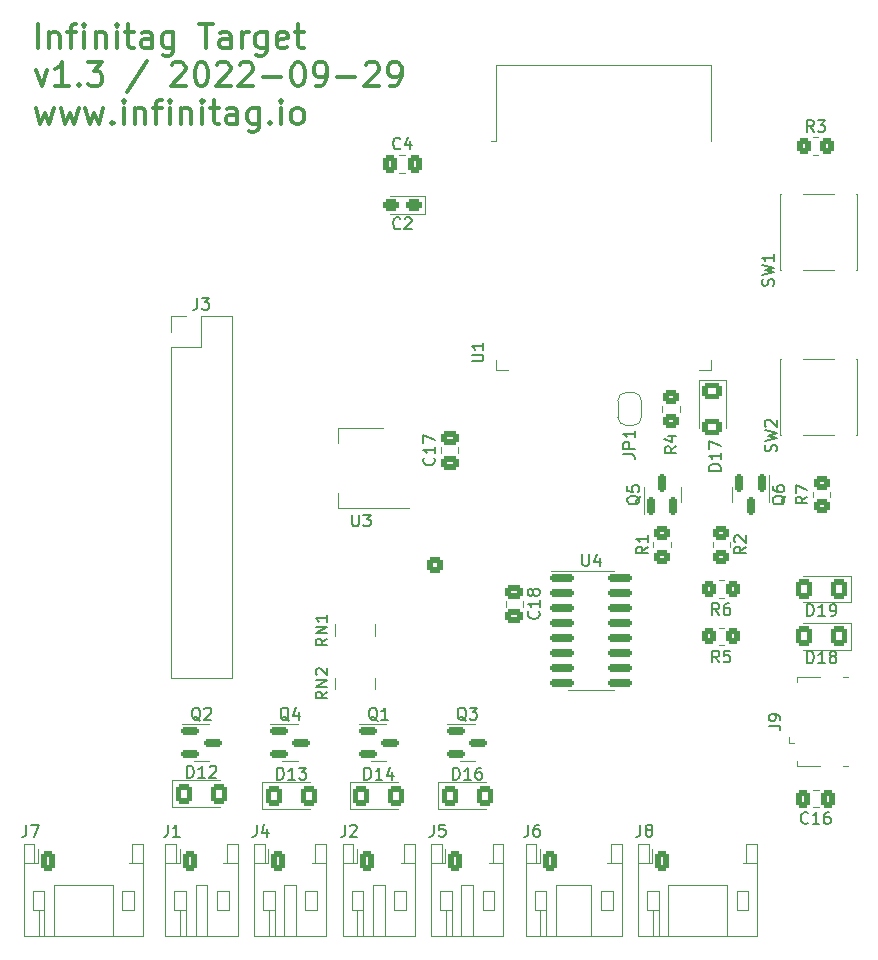
<source format=gto>
G04 #@! TF.GenerationSoftware,KiCad,Pcbnew,(6.0.5)*
G04 #@! TF.CreationDate,2022-09-29T16:52:04+02:00*
G04 #@! TF.ProjectId,target,74617267-6574-42e6-9b69-6361645f7063,rev?*
G04 #@! TF.SameCoordinates,Original*
G04 #@! TF.FileFunction,Legend,Top*
G04 #@! TF.FilePolarity,Positive*
%FSLAX46Y46*%
G04 Gerber Fmt 4.6, Leading zero omitted, Abs format (unit mm)*
G04 Created by KiCad (PCBNEW (6.0.5)) date 2022-09-29 16:52:04*
%MOMM*%
%LPD*%
G01*
G04 APERTURE LIST*
G04 Aperture macros list*
%AMRoundRect*
0 Rectangle with rounded corners*
0 $1 Rounding radius*
0 $2 $3 $4 $5 $6 $7 $8 $9 X,Y pos of 4 corners*
0 Add a 4 corners polygon primitive as box body*
4,1,4,$2,$3,$4,$5,$6,$7,$8,$9,$2,$3,0*
0 Add four circle primitives for the rounded corners*
1,1,$1+$1,$2,$3*
1,1,$1+$1,$4,$5*
1,1,$1+$1,$6,$7*
1,1,$1+$1,$8,$9*
0 Add four rect primitives between the rounded corners*
20,1,$1+$1,$2,$3,$4,$5,0*
20,1,$1+$1,$4,$5,$6,$7,0*
20,1,$1+$1,$6,$7,$8,$9,0*
20,1,$1+$1,$8,$9,$2,$3,0*%
%AMFreePoly0*
4,1,22,0.500000,-0.750000,0.000000,-0.750000,0.000000,-0.745033,-0.079941,-0.743568,-0.215256,-0.701293,-0.333266,-0.622738,-0.424486,-0.514219,-0.481581,-0.384460,-0.499164,-0.250000,-0.500000,-0.250000,-0.500000,0.250000,-0.499164,0.250000,-0.499963,0.256109,-0.478152,0.396186,-0.417904,0.524511,-0.324060,0.630769,-0.204165,0.706417,-0.067858,0.745374,0.000000,0.744959,0.000000,0.750000,
0.500000,0.750000,0.500000,-0.750000,0.500000,-0.750000,$1*%
%AMFreePoly1*
4,1,20,0.000000,0.744959,0.073905,0.744508,0.209726,0.703889,0.328688,0.626782,0.421226,0.519385,0.479903,0.390333,0.500000,0.250000,0.500000,-0.250000,0.499851,-0.262216,0.476331,-0.402017,0.414519,-0.529596,0.319384,-0.634700,0.198574,-0.708877,0.061801,-0.746166,0.000000,-0.745033,0.000000,-0.750000,-0.500000,-0.750000,-0.500000,0.750000,0.000000,0.750000,0.000000,0.744959,
0.000000,0.744959,$1*%
G04 Aperture macros list end*
%ADD10C,0.300000*%
%ADD11C,0.150000*%
%ADD12C,0.120000*%
%ADD13R,1.300000X1.550000*%
%ADD14RoundRect,0.250000X0.450000X-0.350000X0.450000X0.350000X-0.450000X0.350000X-0.450000X-0.350000X0*%
%ADD15RoundRect,0.250000X-0.350000X-0.450000X0.350000X-0.450000X0.350000X0.450000X-0.350000X0.450000X0*%
%ADD16C,6.000000*%
%ADD17RoundRect,0.250001X-0.462499X-0.624999X0.462499X-0.624999X0.462499X0.624999X-0.462499X0.624999X0*%
%ADD18R,0.500000X0.800000*%
%ADD19R,0.400000X0.800000*%
%ADD20RoundRect,0.250000X-0.350000X-0.625000X0.350000X-0.625000X0.350000X0.625000X-0.350000X0.625000X0*%
%ADD21O,1.200000X1.750000*%
%ADD22RoundRect,0.250000X-0.450000X0.350000X-0.450000X-0.350000X0.450000X-0.350000X0.450000X0.350000X0*%
%ADD23RoundRect,0.150000X-0.825000X-0.150000X0.825000X-0.150000X0.825000X0.150000X-0.825000X0.150000X0*%
%ADD24RoundRect,0.250000X0.475000X-0.337500X0.475000X0.337500X-0.475000X0.337500X-0.475000X-0.337500X0*%
%ADD25RoundRect,0.150000X0.150000X-0.587500X0.150000X0.587500X-0.150000X0.587500X-0.150000X-0.587500X0*%
%ADD26RoundRect,0.250000X0.337500X0.475000X-0.337500X0.475000X-0.337500X-0.475000X0.337500X-0.475000X0*%
%ADD27RoundRect,0.250001X-0.624999X0.462499X-0.624999X-0.462499X0.624999X-0.462499X0.624999X0.462499X0*%
%ADD28RoundRect,0.150000X-0.587500X-0.150000X0.587500X-0.150000X0.587500X0.150000X-0.587500X0.150000X0*%
%ADD29RoundRect,0.250000X0.400000X0.275000X-0.400000X0.275000X-0.400000X-0.275000X0.400000X-0.275000X0*%
%ADD30RoundRect,0.250001X0.462499X0.624999X-0.462499X0.624999X-0.462499X-0.624999X0.462499X-0.624999X0*%
%ADD31RoundRect,0.150000X-0.150000X0.587500X-0.150000X-0.587500X0.150000X-0.587500X0.150000X0.587500X0*%
%ADD32FreePoly0,270.000000*%
%ADD33FreePoly1,270.000000*%
%ADD34RoundRect,0.250000X-0.475000X0.337500X-0.475000X-0.337500X0.475000X-0.337500X0.475000X0.337500X0*%
%ADD35R,2.000000X1.500000*%
%ADD36R,2.000000X3.800000*%
%ADD37R,1.350000X0.400000*%
%ADD38R,1.550000X1.500000*%
%ADD39R,1.550000X1.200000*%
%ADD40O,0.950000X1.250000*%
%ADD41O,1.550000X0.890000*%
%ADD42RoundRect,0.250000X-0.337500X-0.475000X0.337500X-0.475000X0.337500X0.475000X-0.337500X0.475000X0*%
%ADD43R,2.000000X0.900000*%
%ADD44R,0.900000X2.000000*%
%ADD45R,5.000000X5.000000*%
%ADD46R,1.700000X1.700000*%
%ADD47O,1.700000X1.700000*%
%ADD48RoundRect,0.249200X0.450800X0.450800X-0.450800X0.450800X-0.450800X-0.450800X0.450800X-0.450800X0*%
%ADD49C,1.400000*%
G04 APERTURE END LIST*
D10*
X192171190Y-53684761D02*
X192171190Y-51684761D01*
X193123571Y-52351428D02*
X193123571Y-53684761D01*
X193123571Y-52541904D02*
X193218809Y-52446666D01*
X193409285Y-52351428D01*
X193695000Y-52351428D01*
X193885476Y-52446666D01*
X193980714Y-52637142D01*
X193980714Y-53684761D01*
X194647380Y-52351428D02*
X195409285Y-52351428D01*
X194933095Y-53684761D02*
X194933095Y-51970476D01*
X195028333Y-51780000D01*
X195218809Y-51684761D01*
X195409285Y-51684761D01*
X196075952Y-53684761D02*
X196075952Y-52351428D01*
X196075952Y-51684761D02*
X195980714Y-51780000D01*
X196075952Y-51875238D01*
X196171190Y-51780000D01*
X196075952Y-51684761D01*
X196075952Y-51875238D01*
X197028333Y-52351428D02*
X197028333Y-53684761D01*
X197028333Y-52541904D02*
X197123571Y-52446666D01*
X197314047Y-52351428D01*
X197599761Y-52351428D01*
X197790238Y-52446666D01*
X197885476Y-52637142D01*
X197885476Y-53684761D01*
X198837857Y-53684761D02*
X198837857Y-52351428D01*
X198837857Y-51684761D02*
X198742619Y-51780000D01*
X198837857Y-51875238D01*
X198933095Y-51780000D01*
X198837857Y-51684761D01*
X198837857Y-51875238D01*
X199504523Y-52351428D02*
X200266428Y-52351428D01*
X199790238Y-51684761D02*
X199790238Y-53399047D01*
X199885476Y-53589523D01*
X200075952Y-53684761D01*
X200266428Y-53684761D01*
X201790238Y-53684761D02*
X201790238Y-52637142D01*
X201695000Y-52446666D01*
X201504523Y-52351428D01*
X201123571Y-52351428D01*
X200933095Y-52446666D01*
X201790238Y-53589523D02*
X201599761Y-53684761D01*
X201123571Y-53684761D01*
X200933095Y-53589523D01*
X200837857Y-53399047D01*
X200837857Y-53208571D01*
X200933095Y-53018095D01*
X201123571Y-52922857D01*
X201599761Y-52922857D01*
X201790238Y-52827619D01*
X203599761Y-52351428D02*
X203599761Y-53970476D01*
X203504523Y-54160952D01*
X203409285Y-54256190D01*
X203218809Y-54351428D01*
X202933095Y-54351428D01*
X202742619Y-54256190D01*
X203599761Y-53589523D02*
X203409285Y-53684761D01*
X203028333Y-53684761D01*
X202837857Y-53589523D01*
X202742619Y-53494285D01*
X202647380Y-53303809D01*
X202647380Y-52732380D01*
X202742619Y-52541904D01*
X202837857Y-52446666D01*
X203028333Y-52351428D01*
X203409285Y-52351428D01*
X203599761Y-52446666D01*
X205790238Y-51684761D02*
X206933095Y-51684761D01*
X206361666Y-53684761D02*
X206361666Y-51684761D01*
X208456904Y-53684761D02*
X208456904Y-52637142D01*
X208361666Y-52446666D01*
X208171190Y-52351428D01*
X207790238Y-52351428D01*
X207599761Y-52446666D01*
X208456904Y-53589523D02*
X208266428Y-53684761D01*
X207790238Y-53684761D01*
X207599761Y-53589523D01*
X207504523Y-53399047D01*
X207504523Y-53208571D01*
X207599761Y-53018095D01*
X207790238Y-52922857D01*
X208266428Y-52922857D01*
X208456904Y-52827619D01*
X209409285Y-53684761D02*
X209409285Y-52351428D01*
X209409285Y-52732380D02*
X209504523Y-52541904D01*
X209599761Y-52446666D01*
X209790238Y-52351428D01*
X209980714Y-52351428D01*
X211504523Y-52351428D02*
X211504523Y-53970476D01*
X211409285Y-54160952D01*
X211314047Y-54256190D01*
X211123571Y-54351428D01*
X210837857Y-54351428D01*
X210647380Y-54256190D01*
X211504523Y-53589523D02*
X211314047Y-53684761D01*
X210933095Y-53684761D01*
X210742619Y-53589523D01*
X210647380Y-53494285D01*
X210552142Y-53303809D01*
X210552142Y-52732380D01*
X210647380Y-52541904D01*
X210742619Y-52446666D01*
X210933095Y-52351428D01*
X211314047Y-52351428D01*
X211504523Y-52446666D01*
X213218809Y-53589523D02*
X213028333Y-53684761D01*
X212647380Y-53684761D01*
X212456904Y-53589523D01*
X212361666Y-53399047D01*
X212361666Y-52637142D01*
X212456904Y-52446666D01*
X212647380Y-52351428D01*
X213028333Y-52351428D01*
X213218809Y-52446666D01*
X213314047Y-52637142D01*
X213314047Y-52827619D01*
X212361666Y-53018095D01*
X213885476Y-52351428D02*
X214647380Y-52351428D01*
X214171190Y-51684761D02*
X214171190Y-53399047D01*
X214266428Y-53589523D01*
X214456904Y-53684761D01*
X214647380Y-53684761D01*
X191980714Y-55571428D02*
X192456904Y-56904761D01*
X192933095Y-55571428D01*
X194742619Y-56904761D02*
X193599761Y-56904761D01*
X194171190Y-56904761D02*
X194171190Y-54904761D01*
X193980714Y-55190476D01*
X193790238Y-55380952D01*
X193599761Y-55476190D01*
X195599761Y-56714285D02*
X195695000Y-56809523D01*
X195599761Y-56904761D01*
X195504523Y-56809523D01*
X195599761Y-56714285D01*
X195599761Y-56904761D01*
X196361666Y-54904761D02*
X197599761Y-54904761D01*
X196933095Y-55666666D01*
X197218809Y-55666666D01*
X197409285Y-55761904D01*
X197504523Y-55857142D01*
X197599761Y-56047619D01*
X197599761Y-56523809D01*
X197504523Y-56714285D01*
X197409285Y-56809523D01*
X197218809Y-56904761D01*
X196647380Y-56904761D01*
X196456904Y-56809523D01*
X196361666Y-56714285D01*
X201409285Y-54809523D02*
X199695000Y-57380952D01*
X203504523Y-55095238D02*
X203599761Y-55000000D01*
X203790238Y-54904761D01*
X204266428Y-54904761D01*
X204456904Y-55000000D01*
X204552142Y-55095238D01*
X204647380Y-55285714D01*
X204647380Y-55476190D01*
X204552142Y-55761904D01*
X203409285Y-56904761D01*
X204647380Y-56904761D01*
X205885476Y-54904761D02*
X206075952Y-54904761D01*
X206266428Y-55000000D01*
X206361666Y-55095238D01*
X206456904Y-55285714D01*
X206552142Y-55666666D01*
X206552142Y-56142857D01*
X206456904Y-56523809D01*
X206361666Y-56714285D01*
X206266428Y-56809523D01*
X206075952Y-56904761D01*
X205885476Y-56904761D01*
X205695000Y-56809523D01*
X205599761Y-56714285D01*
X205504523Y-56523809D01*
X205409285Y-56142857D01*
X205409285Y-55666666D01*
X205504523Y-55285714D01*
X205599761Y-55095238D01*
X205695000Y-55000000D01*
X205885476Y-54904761D01*
X207314047Y-55095238D02*
X207409285Y-55000000D01*
X207599761Y-54904761D01*
X208075952Y-54904761D01*
X208266428Y-55000000D01*
X208361666Y-55095238D01*
X208456904Y-55285714D01*
X208456904Y-55476190D01*
X208361666Y-55761904D01*
X207218809Y-56904761D01*
X208456904Y-56904761D01*
X209218809Y-55095238D02*
X209314047Y-55000000D01*
X209504523Y-54904761D01*
X209980714Y-54904761D01*
X210171190Y-55000000D01*
X210266428Y-55095238D01*
X210361666Y-55285714D01*
X210361666Y-55476190D01*
X210266428Y-55761904D01*
X209123571Y-56904761D01*
X210361666Y-56904761D01*
X211218809Y-56142857D02*
X212742619Y-56142857D01*
X214075952Y-54904761D02*
X214266428Y-54904761D01*
X214456904Y-55000000D01*
X214552142Y-55095238D01*
X214647380Y-55285714D01*
X214742619Y-55666666D01*
X214742619Y-56142857D01*
X214647380Y-56523809D01*
X214552142Y-56714285D01*
X214456904Y-56809523D01*
X214266428Y-56904761D01*
X214075952Y-56904761D01*
X213885476Y-56809523D01*
X213790238Y-56714285D01*
X213695000Y-56523809D01*
X213599761Y-56142857D01*
X213599761Y-55666666D01*
X213695000Y-55285714D01*
X213790238Y-55095238D01*
X213885476Y-55000000D01*
X214075952Y-54904761D01*
X215695000Y-56904761D02*
X216075952Y-56904761D01*
X216266428Y-56809523D01*
X216361666Y-56714285D01*
X216552142Y-56428571D01*
X216647380Y-56047619D01*
X216647380Y-55285714D01*
X216552142Y-55095238D01*
X216456904Y-55000000D01*
X216266428Y-54904761D01*
X215885476Y-54904761D01*
X215695000Y-55000000D01*
X215599761Y-55095238D01*
X215504523Y-55285714D01*
X215504523Y-55761904D01*
X215599761Y-55952380D01*
X215695000Y-56047619D01*
X215885476Y-56142857D01*
X216266428Y-56142857D01*
X216456904Y-56047619D01*
X216552142Y-55952380D01*
X216647380Y-55761904D01*
X217504523Y-56142857D02*
X219028333Y-56142857D01*
X219885476Y-55095238D02*
X219980714Y-55000000D01*
X220171190Y-54904761D01*
X220647380Y-54904761D01*
X220837857Y-55000000D01*
X220933095Y-55095238D01*
X221028333Y-55285714D01*
X221028333Y-55476190D01*
X220933095Y-55761904D01*
X219790238Y-56904761D01*
X221028333Y-56904761D01*
X221980714Y-56904761D02*
X222361666Y-56904761D01*
X222552142Y-56809523D01*
X222647380Y-56714285D01*
X222837857Y-56428571D01*
X222933095Y-56047619D01*
X222933095Y-55285714D01*
X222837857Y-55095238D01*
X222742619Y-55000000D01*
X222552142Y-54904761D01*
X222171190Y-54904761D01*
X221980714Y-55000000D01*
X221885476Y-55095238D01*
X221790238Y-55285714D01*
X221790238Y-55761904D01*
X221885476Y-55952380D01*
X221980714Y-56047619D01*
X222171190Y-56142857D01*
X222552142Y-56142857D01*
X222742619Y-56047619D01*
X222837857Y-55952380D01*
X222933095Y-55761904D01*
X191980714Y-58791428D02*
X192361666Y-60124761D01*
X192742619Y-59172380D01*
X193123571Y-60124761D01*
X193504523Y-58791428D01*
X194075952Y-58791428D02*
X194456904Y-60124761D01*
X194837857Y-59172380D01*
X195218809Y-60124761D01*
X195599761Y-58791428D01*
X196171190Y-58791428D02*
X196552142Y-60124761D01*
X196933095Y-59172380D01*
X197314047Y-60124761D01*
X197695000Y-58791428D01*
X198456904Y-59934285D02*
X198552142Y-60029523D01*
X198456904Y-60124761D01*
X198361666Y-60029523D01*
X198456904Y-59934285D01*
X198456904Y-60124761D01*
X199409285Y-60124761D02*
X199409285Y-58791428D01*
X199409285Y-58124761D02*
X199314047Y-58220000D01*
X199409285Y-58315238D01*
X199504523Y-58220000D01*
X199409285Y-58124761D01*
X199409285Y-58315238D01*
X200361666Y-58791428D02*
X200361666Y-60124761D01*
X200361666Y-58981904D02*
X200456904Y-58886666D01*
X200647380Y-58791428D01*
X200933095Y-58791428D01*
X201123571Y-58886666D01*
X201218809Y-59077142D01*
X201218809Y-60124761D01*
X201885476Y-58791428D02*
X202647380Y-58791428D01*
X202171190Y-60124761D02*
X202171190Y-58410476D01*
X202266428Y-58220000D01*
X202456904Y-58124761D01*
X202647380Y-58124761D01*
X203314047Y-60124761D02*
X203314047Y-58791428D01*
X203314047Y-58124761D02*
X203218809Y-58220000D01*
X203314047Y-58315238D01*
X203409285Y-58220000D01*
X203314047Y-58124761D01*
X203314047Y-58315238D01*
X204266428Y-58791428D02*
X204266428Y-60124761D01*
X204266428Y-58981904D02*
X204361666Y-58886666D01*
X204552142Y-58791428D01*
X204837857Y-58791428D01*
X205028333Y-58886666D01*
X205123571Y-59077142D01*
X205123571Y-60124761D01*
X206075952Y-60124761D02*
X206075952Y-58791428D01*
X206075952Y-58124761D02*
X205980714Y-58220000D01*
X206075952Y-58315238D01*
X206171190Y-58220000D01*
X206075952Y-58124761D01*
X206075952Y-58315238D01*
X206742619Y-58791428D02*
X207504523Y-58791428D01*
X207028333Y-58124761D02*
X207028333Y-59839047D01*
X207123571Y-60029523D01*
X207314047Y-60124761D01*
X207504523Y-60124761D01*
X209028333Y-60124761D02*
X209028333Y-59077142D01*
X208933095Y-58886666D01*
X208742619Y-58791428D01*
X208361666Y-58791428D01*
X208171190Y-58886666D01*
X209028333Y-60029523D02*
X208837857Y-60124761D01*
X208361666Y-60124761D01*
X208171190Y-60029523D01*
X208075952Y-59839047D01*
X208075952Y-59648571D01*
X208171190Y-59458095D01*
X208361666Y-59362857D01*
X208837857Y-59362857D01*
X209028333Y-59267619D01*
X210837857Y-58791428D02*
X210837857Y-60410476D01*
X210742619Y-60600952D01*
X210647380Y-60696190D01*
X210456904Y-60791428D01*
X210171190Y-60791428D01*
X209980714Y-60696190D01*
X210837857Y-60029523D02*
X210647380Y-60124761D01*
X210266428Y-60124761D01*
X210075952Y-60029523D01*
X209980714Y-59934285D01*
X209885476Y-59743809D01*
X209885476Y-59172380D01*
X209980714Y-58981904D01*
X210075952Y-58886666D01*
X210266428Y-58791428D01*
X210647380Y-58791428D01*
X210837857Y-58886666D01*
X211790238Y-59934285D02*
X211885476Y-60029523D01*
X211790238Y-60124761D01*
X211695000Y-60029523D01*
X211790238Y-59934285D01*
X211790238Y-60124761D01*
X212742619Y-60124761D02*
X212742619Y-58791428D01*
X212742619Y-58124761D02*
X212647380Y-58220000D01*
X212742619Y-58315238D01*
X212837857Y-58220000D01*
X212742619Y-58124761D01*
X212742619Y-58315238D01*
X213980714Y-60124761D02*
X213790238Y-60029523D01*
X213695000Y-59934285D01*
X213599761Y-59743809D01*
X213599761Y-59172380D01*
X213695000Y-58981904D01*
X213790238Y-58886666D01*
X213980714Y-58791428D01*
X214266428Y-58791428D01*
X214456904Y-58886666D01*
X214552142Y-58981904D01*
X214647380Y-59172380D01*
X214647380Y-59743809D01*
X214552142Y-59934285D01*
X214456904Y-60029523D01*
X214266428Y-60124761D01*
X213980714Y-60124761D01*
D11*
X254654761Y-87833333D02*
X254702380Y-87690476D01*
X254702380Y-87452380D01*
X254654761Y-87357142D01*
X254607142Y-87309523D01*
X254511904Y-87261904D01*
X254416666Y-87261904D01*
X254321428Y-87309523D01*
X254273809Y-87357142D01*
X254226190Y-87452380D01*
X254178571Y-87642857D01*
X254130952Y-87738095D01*
X254083333Y-87785714D01*
X253988095Y-87833333D01*
X253892857Y-87833333D01*
X253797619Y-87785714D01*
X253750000Y-87738095D01*
X253702380Y-87642857D01*
X253702380Y-87404761D01*
X253750000Y-87261904D01*
X253702380Y-86928571D02*
X254702380Y-86690476D01*
X253988095Y-86500000D01*
X254702380Y-86309523D01*
X253702380Y-86071428D01*
X253797619Y-85738095D02*
X253750000Y-85690476D01*
X253702380Y-85595238D01*
X253702380Y-85357142D01*
X253750000Y-85261904D01*
X253797619Y-85214285D01*
X253892857Y-85166666D01*
X253988095Y-85166666D01*
X254130952Y-85214285D01*
X254702380Y-85785714D01*
X254702380Y-85166666D01*
X243802380Y-95916666D02*
X243326190Y-96250000D01*
X243802380Y-96488095D02*
X242802380Y-96488095D01*
X242802380Y-96107142D01*
X242850000Y-96011904D01*
X242897619Y-95964285D01*
X242992857Y-95916666D01*
X243135714Y-95916666D01*
X243230952Y-95964285D01*
X243278571Y-96011904D01*
X243326190Y-96107142D01*
X243326190Y-96488095D01*
X243802380Y-94964285D02*
X243802380Y-95535714D01*
X243802380Y-95250000D02*
X242802380Y-95250000D01*
X242945238Y-95345238D01*
X243040476Y-95440476D01*
X243088095Y-95535714D01*
X249833333Y-101702380D02*
X249500000Y-101226190D01*
X249261904Y-101702380D02*
X249261904Y-100702380D01*
X249642857Y-100702380D01*
X249738095Y-100750000D01*
X249785714Y-100797619D01*
X249833333Y-100892857D01*
X249833333Y-101035714D01*
X249785714Y-101130952D01*
X249738095Y-101178571D01*
X249642857Y-101226190D01*
X249261904Y-101226190D01*
X250690476Y-100702380D02*
X250500000Y-100702380D01*
X250404761Y-100750000D01*
X250357142Y-100797619D01*
X250261904Y-100940476D01*
X250214285Y-101130952D01*
X250214285Y-101511904D01*
X250261904Y-101607142D01*
X250309523Y-101654761D01*
X250404761Y-101702380D01*
X250595238Y-101702380D01*
X250690476Y-101654761D01*
X250738095Y-101607142D01*
X250785714Y-101511904D01*
X250785714Y-101273809D01*
X250738095Y-101178571D01*
X250690476Y-101130952D01*
X250595238Y-101083333D01*
X250404761Y-101083333D01*
X250309523Y-101130952D01*
X250261904Y-101178571D01*
X250214285Y-101273809D01*
X227285714Y-115632380D02*
X227285714Y-114632380D01*
X227523809Y-114632380D01*
X227666666Y-114680000D01*
X227761904Y-114775238D01*
X227809523Y-114870476D01*
X227857142Y-115060952D01*
X227857142Y-115203809D01*
X227809523Y-115394285D01*
X227761904Y-115489523D01*
X227666666Y-115584761D01*
X227523809Y-115632380D01*
X227285714Y-115632380D01*
X228809523Y-115632380D02*
X228238095Y-115632380D01*
X228523809Y-115632380D02*
X228523809Y-114632380D01*
X228428571Y-114775238D01*
X228333333Y-114870476D01*
X228238095Y-114918095D01*
X229666666Y-114632380D02*
X229476190Y-114632380D01*
X229380952Y-114680000D01*
X229333333Y-114727619D01*
X229238095Y-114870476D01*
X229190476Y-115060952D01*
X229190476Y-115441904D01*
X229238095Y-115537142D01*
X229285714Y-115584761D01*
X229380952Y-115632380D01*
X229571428Y-115632380D01*
X229666666Y-115584761D01*
X229714285Y-115537142D01*
X229761904Y-115441904D01*
X229761904Y-115203809D01*
X229714285Y-115108571D01*
X229666666Y-115060952D01*
X229571428Y-115013333D01*
X229380952Y-115013333D01*
X229285714Y-115060952D01*
X229238095Y-115108571D01*
X229190476Y-115203809D01*
X216652380Y-108190476D02*
X216176190Y-108523809D01*
X216652380Y-108761904D02*
X215652380Y-108761904D01*
X215652380Y-108380952D01*
X215700000Y-108285714D01*
X215747619Y-108238095D01*
X215842857Y-108190476D01*
X215985714Y-108190476D01*
X216080952Y-108238095D01*
X216128571Y-108285714D01*
X216176190Y-108380952D01*
X216176190Y-108761904D01*
X216652380Y-107761904D02*
X215652380Y-107761904D01*
X216652380Y-107190476D01*
X215652380Y-107190476D01*
X215747619Y-106761904D02*
X215700000Y-106714285D01*
X215652380Y-106619047D01*
X215652380Y-106380952D01*
X215700000Y-106285714D01*
X215747619Y-106238095D01*
X215842857Y-106190476D01*
X215938095Y-106190476D01*
X216080952Y-106238095D01*
X216652380Y-106809523D01*
X216652380Y-106190476D01*
X233666666Y-119452380D02*
X233666666Y-120166666D01*
X233619047Y-120309523D01*
X233523809Y-120404761D01*
X233380952Y-120452380D01*
X233285714Y-120452380D01*
X234571428Y-119452380D02*
X234380952Y-119452380D01*
X234285714Y-119500000D01*
X234238095Y-119547619D01*
X234142857Y-119690476D01*
X234095238Y-119880952D01*
X234095238Y-120261904D01*
X234142857Y-120357142D01*
X234190476Y-120404761D01*
X234285714Y-120452380D01*
X234476190Y-120452380D01*
X234571428Y-120404761D01*
X234619047Y-120357142D01*
X234666666Y-120261904D01*
X234666666Y-120023809D01*
X234619047Y-119928571D01*
X234571428Y-119880952D01*
X234476190Y-119833333D01*
X234285714Y-119833333D01*
X234190476Y-119880952D01*
X234142857Y-119928571D01*
X234095238Y-120023809D01*
X246202380Y-87416666D02*
X245726190Y-87750000D01*
X246202380Y-87988095D02*
X245202380Y-87988095D01*
X245202380Y-87607142D01*
X245250000Y-87511904D01*
X245297619Y-87464285D01*
X245392857Y-87416666D01*
X245535714Y-87416666D01*
X245630952Y-87464285D01*
X245678571Y-87511904D01*
X245726190Y-87607142D01*
X245726190Y-87988095D01*
X245535714Y-86559523D02*
X246202380Y-86559523D01*
X245154761Y-86797619D02*
X245869047Y-87035714D01*
X245869047Y-86416666D01*
X252102380Y-95916666D02*
X251626190Y-96250000D01*
X252102380Y-96488095D02*
X251102380Y-96488095D01*
X251102380Y-96107142D01*
X251150000Y-96011904D01*
X251197619Y-95964285D01*
X251292857Y-95916666D01*
X251435714Y-95916666D01*
X251530952Y-95964285D01*
X251578571Y-96011904D01*
X251626190Y-96107142D01*
X251626190Y-96488095D01*
X251197619Y-95535714D02*
X251150000Y-95488095D01*
X251102380Y-95392857D01*
X251102380Y-95154761D01*
X251150000Y-95059523D01*
X251197619Y-95011904D01*
X251292857Y-94964285D01*
X251388095Y-94964285D01*
X251530952Y-95011904D01*
X252102380Y-95583333D01*
X252102380Y-94964285D01*
X212399714Y-115632380D02*
X212399714Y-114632380D01*
X212637809Y-114632380D01*
X212780666Y-114680000D01*
X212875904Y-114775238D01*
X212923523Y-114870476D01*
X212971142Y-115060952D01*
X212971142Y-115203809D01*
X212923523Y-115394285D01*
X212875904Y-115489523D01*
X212780666Y-115584761D01*
X212637809Y-115632380D01*
X212399714Y-115632380D01*
X213923523Y-115632380D02*
X213352095Y-115632380D01*
X213637809Y-115632380D02*
X213637809Y-114632380D01*
X213542571Y-114775238D01*
X213447333Y-114870476D01*
X213352095Y-114918095D01*
X214256857Y-114632380D02*
X214875904Y-114632380D01*
X214542571Y-115013333D01*
X214685428Y-115013333D01*
X214780666Y-115060952D01*
X214828285Y-115108571D01*
X214875904Y-115203809D01*
X214875904Y-115441904D01*
X214828285Y-115537142D01*
X214780666Y-115584761D01*
X214685428Y-115632380D01*
X214399714Y-115632380D01*
X214304476Y-115584761D01*
X214256857Y-115537142D01*
X225666666Y-119452380D02*
X225666666Y-120166666D01*
X225619047Y-120309523D01*
X225523809Y-120404761D01*
X225380952Y-120452380D01*
X225285714Y-120452380D01*
X226619047Y-119452380D02*
X226142857Y-119452380D01*
X226095238Y-119928571D01*
X226142857Y-119880952D01*
X226238095Y-119833333D01*
X226476190Y-119833333D01*
X226571428Y-119880952D01*
X226619047Y-119928571D01*
X226666666Y-120023809D01*
X226666666Y-120261904D01*
X226619047Y-120357142D01*
X226571428Y-120404761D01*
X226476190Y-120452380D01*
X226238095Y-120452380D01*
X226142857Y-120404761D01*
X226095238Y-120357142D01*
X238238095Y-96552380D02*
X238238095Y-97361904D01*
X238285714Y-97457142D01*
X238333333Y-97504761D01*
X238428571Y-97552380D01*
X238619047Y-97552380D01*
X238714285Y-97504761D01*
X238761904Y-97457142D01*
X238809523Y-97361904D01*
X238809523Y-96552380D01*
X239714285Y-96885714D02*
X239714285Y-97552380D01*
X239476190Y-96504761D02*
X239238095Y-97219047D01*
X239857142Y-97219047D01*
X218166666Y-119452380D02*
X218166666Y-120166666D01*
X218119047Y-120309523D01*
X218023809Y-120404761D01*
X217880952Y-120452380D01*
X217785714Y-120452380D01*
X218595238Y-119547619D02*
X218642857Y-119500000D01*
X218738095Y-119452380D01*
X218976190Y-119452380D01*
X219071428Y-119500000D01*
X219119047Y-119547619D01*
X219166666Y-119642857D01*
X219166666Y-119738095D01*
X219119047Y-119880952D01*
X218547619Y-120452380D01*
X219166666Y-120452380D01*
X249833333Y-105702380D02*
X249500000Y-105226190D01*
X249261904Y-105702380D02*
X249261904Y-104702380D01*
X249642857Y-104702380D01*
X249738095Y-104750000D01*
X249785714Y-104797619D01*
X249833333Y-104892857D01*
X249833333Y-105035714D01*
X249785714Y-105130952D01*
X249738095Y-105178571D01*
X249642857Y-105226190D01*
X249261904Y-105226190D01*
X250738095Y-104702380D02*
X250261904Y-104702380D01*
X250214285Y-105178571D01*
X250261904Y-105130952D01*
X250357142Y-105083333D01*
X250595238Y-105083333D01*
X250690476Y-105130952D01*
X250738095Y-105178571D01*
X250785714Y-105273809D01*
X250785714Y-105511904D01*
X250738095Y-105607142D01*
X250690476Y-105654761D01*
X250595238Y-105702380D01*
X250357142Y-105702380D01*
X250261904Y-105654761D01*
X250214285Y-105607142D01*
X225677142Y-88392857D02*
X225724761Y-88440476D01*
X225772380Y-88583333D01*
X225772380Y-88678571D01*
X225724761Y-88821428D01*
X225629523Y-88916666D01*
X225534285Y-88964285D01*
X225343809Y-89011904D01*
X225200952Y-89011904D01*
X225010476Y-88964285D01*
X224915238Y-88916666D01*
X224820000Y-88821428D01*
X224772380Y-88678571D01*
X224772380Y-88583333D01*
X224820000Y-88440476D01*
X224867619Y-88392857D01*
X225772380Y-87440476D02*
X225772380Y-88011904D01*
X225772380Y-87726190D02*
X224772380Y-87726190D01*
X224915238Y-87821428D01*
X225010476Y-87916666D01*
X225058095Y-88011904D01*
X224772380Y-87107142D02*
X224772380Y-86440476D01*
X225772380Y-86869047D01*
X257833333Y-60802380D02*
X257500000Y-60326190D01*
X257261904Y-60802380D02*
X257261904Y-59802380D01*
X257642857Y-59802380D01*
X257738095Y-59850000D01*
X257785714Y-59897619D01*
X257833333Y-59992857D01*
X257833333Y-60135714D01*
X257785714Y-60230952D01*
X257738095Y-60278571D01*
X257642857Y-60326190D01*
X257261904Y-60326190D01*
X258166666Y-59802380D02*
X258785714Y-59802380D01*
X258452380Y-60183333D01*
X258595238Y-60183333D01*
X258690476Y-60230952D01*
X258738095Y-60278571D01*
X258785714Y-60373809D01*
X258785714Y-60611904D01*
X258738095Y-60707142D01*
X258690476Y-60754761D01*
X258595238Y-60802380D01*
X258309523Y-60802380D01*
X258214285Y-60754761D01*
X258166666Y-60707142D01*
X243147619Y-91595238D02*
X243100000Y-91690476D01*
X243004761Y-91785714D01*
X242861904Y-91928571D01*
X242814285Y-92023809D01*
X242814285Y-92119047D01*
X243052380Y-92071428D02*
X243004761Y-92166666D01*
X242909523Y-92261904D01*
X242719047Y-92309523D01*
X242385714Y-92309523D01*
X242195238Y-92261904D01*
X242100000Y-92166666D01*
X242052380Y-92071428D01*
X242052380Y-91880952D01*
X242100000Y-91785714D01*
X242195238Y-91690476D01*
X242385714Y-91642857D01*
X242719047Y-91642857D01*
X242909523Y-91690476D01*
X243004761Y-91785714D01*
X243052380Y-91880952D01*
X243052380Y-92071428D01*
X242052380Y-90738095D02*
X242052380Y-91214285D01*
X242528571Y-91261904D01*
X242480952Y-91214285D01*
X242433333Y-91119047D01*
X242433333Y-90880952D01*
X242480952Y-90785714D01*
X242528571Y-90738095D01*
X242623809Y-90690476D01*
X242861904Y-90690476D01*
X242957142Y-90738095D01*
X243004761Y-90785714D01*
X243052380Y-90880952D01*
X243052380Y-91119047D01*
X243004761Y-91214285D01*
X242957142Y-91261904D01*
X257357142Y-119287142D02*
X257309523Y-119334761D01*
X257166666Y-119382380D01*
X257071428Y-119382380D01*
X256928571Y-119334761D01*
X256833333Y-119239523D01*
X256785714Y-119144285D01*
X256738095Y-118953809D01*
X256738095Y-118810952D01*
X256785714Y-118620476D01*
X256833333Y-118525238D01*
X256928571Y-118430000D01*
X257071428Y-118382380D01*
X257166666Y-118382380D01*
X257309523Y-118430000D01*
X257357142Y-118477619D01*
X258309523Y-119382380D02*
X257738095Y-119382380D01*
X258023809Y-119382380D02*
X258023809Y-118382380D01*
X257928571Y-118525238D01*
X257833333Y-118620476D01*
X257738095Y-118668095D01*
X259166666Y-118382380D02*
X258976190Y-118382380D01*
X258880952Y-118430000D01*
X258833333Y-118477619D01*
X258738095Y-118620476D01*
X258690476Y-118810952D01*
X258690476Y-119191904D01*
X258738095Y-119287142D01*
X258785714Y-119334761D01*
X258880952Y-119382380D01*
X259071428Y-119382380D01*
X259166666Y-119334761D01*
X259214285Y-119287142D01*
X259261904Y-119191904D01*
X259261904Y-118953809D01*
X259214285Y-118858571D01*
X259166666Y-118810952D01*
X259071428Y-118763333D01*
X258880952Y-118763333D01*
X258785714Y-118810952D01*
X258738095Y-118858571D01*
X258690476Y-118953809D01*
X249952380Y-89464285D02*
X248952380Y-89464285D01*
X248952380Y-89226190D01*
X249000000Y-89083333D01*
X249095238Y-88988095D01*
X249190476Y-88940476D01*
X249380952Y-88892857D01*
X249523809Y-88892857D01*
X249714285Y-88940476D01*
X249809523Y-88988095D01*
X249904761Y-89083333D01*
X249952380Y-89226190D01*
X249952380Y-89464285D01*
X249952380Y-87940476D02*
X249952380Y-88511904D01*
X249952380Y-88226190D02*
X248952380Y-88226190D01*
X249095238Y-88321428D01*
X249190476Y-88416666D01*
X249238095Y-88511904D01*
X248952380Y-87607142D02*
X248952380Y-86940476D01*
X249952380Y-87369047D01*
X205904761Y-110647619D02*
X205809523Y-110600000D01*
X205714285Y-110504761D01*
X205571428Y-110361904D01*
X205476190Y-110314285D01*
X205380952Y-110314285D01*
X205428571Y-110552380D02*
X205333333Y-110504761D01*
X205238095Y-110409523D01*
X205190476Y-110219047D01*
X205190476Y-109885714D01*
X205238095Y-109695238D01*
X205333333Y-109600000D01*
X205428571Y-109552380D01*
X205619047Y-109552380D01*
X205714285Y-109600000D01*
X205809523Y-109695238D01*
X205857142Y-109885714D01*
X205857142Y-110219047D01*
X205809523Y-110409523D01*
X205714285Y-110504761D01*
X205619047Y-110552380D01*
X205428571Y-110552380D01*
X206238095Y-109647619D02*
X206285714Y-109600000D01*
X206380952Y-109552380D01*
X206619047Y-109552380D01*
X206714285Y-109600000D01*
X206761904Y-109647619D01*
X206809523Y-109742857D01*
X206809523Y-109838095D01*
X206761904Y-109980952D01*
X206190476Y-110552380D01*
X206809523Y-110552380D01*
X222833333Y-68937142D02*
X222785714Y-68984761D01*
X222642857Y-69032380D01*
X222547619Y-69032380D01*
X222404761Y-68984761D01*
X222309523Y-68889523D01*
X222261904Y-68794285D01*
X222214285Y-68603809D01*
X222214285Y-68460952D01*
X222261904Y-68270476D01*
X222309523Y-68175238D01*
X222404761Y-68080000D01*
X222547619Y-68032380D01*
X222642857Y-68032380D01*
X222785714Y-68080000D01*
X222833333Y-68127619D01*
X223214285Y-68127619D02*
X223261904Y-68080000D01*
X223357142Y-68032380D01*
X223595238Y-68032380D01*
X223690476Y-68080000D01*
X223738095Y-68127619D01*
X223785714Y-68222857D01*
X223785714Y-68318095D01*
X223738095Y-68460952D01*
X223166666Y-69032380D01*
X223785714Y-69032380D01*
X257285714Y-105772380D02*
X257285714Y-104772380D01*
X257523809Y-104772380D01*
X257666666Y-104820000D01*
X257761904Y-104915238D01*
X257809523Y-105010476D01*
X257857142Y-105200952D01*
X257857142Y-105343809D01*
X257809523Y-105534285D01*
X257761904Y-105629523D01*
X257666666Y-105724761D01*
X257523809Y-105772380D01*
X257285714Y-105772380D01*
X258809523Y-105772380D02*
X258238095Y-105772380D01*
X258523809Y-105772380D02*
X258523809Y-104772380D01*
X258428571Y-104915238D01*
X258333333Y-105010476D01*
X258238095Y-105058095D01*
X259380952Y-105200952D02*
X259285714Y-105153333D01*
X259238095Y-105105714D01*
X259190476Y-105010476D01*
X259190476Y-104962857D01*
X259238095Y-104867619D01*
X259285714Y-104820000D01*
X259380952Y-104772380D01*
X259571428Y-104772380D01*
X259666666Y-104820000D01*
X259714285Y-104867619D01*
X259761904Y-104962857D01*
X259761904Y-105010476D01*
X259714285Y-105105714D01*
X259666666Y-105153333D01*
X259571428Y-105200952D01*
X259380952Y-105200952D01*
X259285714Y-105248571D01*
X259238095Y-105296190D01*
X259190476Y-105391428D01*
X259190476Y-105581904D01*
X259238095Y-105677142D01*
X259285714Y-105724761D01*
X259380952Y-105772380D01*
X259571428Y-105772380D01*
X259666666Y-105724761D01*
X259714285Y-105677142D01*
X259761904Y-105581904D01*
X259761904Y-105391428D01*
X259714285Y-105296190D01*
X259666666Y-105248571D01*
X259571428Y-105200952D01*
X220904761Y-110647619D02*
X220809523Y-110600000D01*
X220714285Y-110504761D01*
X220571428Y-110361904D01*
X220476190Y-110314285D01*
X220380952Y-110314285D01*
X220428571Y-110552380D02*
X220333333Y-110504761D01*
X220238095Y-110409523D01*
X220190476Y-110219047D01*
X220190476Y-109885714D01*
X220238095Y-109695238D01*
X220333333Y-109600000D01*
X220428571Y-109552380D01*
X220619047Y-109552380D01*
X220714285Y-109600000D01*
X220809523Y-109695238D01*
X220857142Y-109885714D01*
X220857142Y-110219047D01*
X220809523Y-110409523D01*
X220714285Y-110504761D01*
X220619047Y-110552380D01*
X220428571Y-110552380D01*
X221809523Y-110552380D02*
X221238095Y-110552380D01*
X221523809Y-110552380D02*
X221523809Y-109552380D01*
X221428571Y-109695238D01*
X221333333Y-109790476D01*
X221238095Y-109838095D01*
X255447619Y-91595238D02*
X255400000Y-91690476D01*
X255304761Y-91785714D01*
X255161904Y-91928571D01*
X255114285Y-92023809D01*
X255114285Y-92119047D01*
X255352380Y-92071428D02*
X255304761Y-92166666D01*
X255209523Y-92261904D01*
X255019047Y-92309523D01*
X254685714Y-92309523D01*
X254495238Y-92261904D01*
X254400000Y-92166666D01*
X254352380Y-92071428D01*
X254352380Y-91880952D01*
X254400000Y-91785714D01*
X254495238Y-91690476D01*
X254685714Y-91642857D01*
X255019047Y-91642857D01*
X255209523Y-91690476D01*
X255304761Y-91785714D01*
X255352380Y-91880952D01*
X255352380Y-92071428D01*
X254352380Y-90785714D02*
X254352380Y-90976190D01*
X254400000Y-91071428D01*
X254447619Y-91119047D01*
X254590476Y-91214285D01*
X254780952Y-91261904D01*
X255161904Y-91261904D01*
X255257142Y-91214285D01*
X255304761Y-91166666D01*
X255352380Y-91071428D01*
X255352380Y-90880952D01*
X255304761Y-90785714D01*
X255257142Y-90738095D01*
X255161904Y-90690476D01*
X254923809Y-90690476D01*
X254828571Y-90738095D01*
X254780952Y-90785714D01*
X254733333Y-90880952D01*
X254733333Y-91071428D01*
X254780952Y-91166666D01*
X254828571Y-91214285D01*
X254923809Y-91261904D01*
X228404761Y-110647619D02*
X228309523Y-110600000D01*
X228214285Y-110504761D01*
X228071428Y-110361904D01*
X227976190Y-110314285D01*
X227880952Y-110314285D01*
X227928571Y-110552380D02*
X227833333Y-110504761D01*
X227738095Y-110409523D01*
X227690476Y-110219047D01*
X227690476Y-109885714D01*
X227738095Y-109695238D01*
X227833333Y-109600000D01*
X227928571Y-109552380D01*
X228119047Y-109552380D01*
X228214285Y-109600000D01*
X228309523Y-109695238D01*
X228357142Y-109885714D01*
X228357142Y-110219047D01*
X228309523Y-110409523D01*
X228214285Y-110504761D01*
X228119047Y-110552380D01*
X227928571Y-110552380D01*
X228690476Y-109552380D02*
X229309523Y-109552380D01*
X228976190Y-109933333D01*
X229119047Y-109933333D01*
X229214285Y-109980952D01*
X229261904Y-110028571D01*
X229309523Y-110123809D01*
X229309523Y-110361904D01*
X229261904Y-110457142D01*
X229214285Y-110504761D01*
X229119047Y-110552380D01*
X228833333Y-110552380D01*
X228738095Y-110504761D01*
X228690476Y-110457142D01*
X241702380Y-88083333D02*
X242416666Y-88083333D01*
X242559523Y-88130952D01*
X242654761Y-88226190D01*
X242702380Y-88369047D01*
X242702380Y-88464285D01*
X242702380Y-87607142D02*
X241702380Y-87607142D01*
X241702380Y-87226190D01*
X241750000Y-87130952D01*
X241797619Y-87083333D01*
X241892857Y-87035714D01*
X242035714Y-87035714D01*
X242130952Y-87083333D01*
X242178571Y-87130952D01*
X242226190Y-87226190D01*
X242226190Y-87607142D01*
X242702380Y-86083333D02*
X242702380Y-86654761D01*
X242702380Y-86369047D02*
X241702380Y-86369047D01*
X241845238Y-86464285D01*
X241940476Y-86559523D01*
X241988095Y-86654761D01*
X234537142Y-101392857D02*
X234584761Y-101440476D01*
X234632380Y-101583333D01*
X234632380Y-101678571D01*
X234584761Y-101821428D01*
X234489523Y-101916666D01*
X234394285Y-101964285D01*
X234203809Y-102011904D01*
X234060952Y-102011904D01*
X233870476Y-101964285D01*
X233775238Y-101916666D01*
X233680000Y-101821428D01*
X233632380Y-101678571D01*
X233632380Y-101583333D01*
X233680000Y-101440476D01*
X233727619Y-101392857D01*
X234632380Y-100440476D02*
X234632380Y-101011904D01*
X234632380Y-100726190D02*
X233632380Y-100726190D01*
X233775238Y-100821428D01*
X233870476Y-100916666D01*
X233918095Y-101011904D01*
X234060952Y-99869047D02*
X234013333Y-99964285D01*
X233965714Y-100011904D01*
X233870476Y-100059523D01*
X233822857Y-100059523D01*
X233727619Y-100011904D01*
X233680000Y-99964285D01*
X233632380Y-99869047D01*
X233632380Y-99678571D01*
X233680000Y-99583333D01*
X233727619Y-99535714D01*
X233822857Y-99488095D01*
X233870476Y-99488095D01*
X233965714Y-99535714D01*
X234013333Y-99583333D01*
X234060952Y-99678571D01*
X234060952Y-99869047D01*
X234108571Y-99964285D01*
X234156190Y-100011904D01*
X234251428Y-100059523D01*
X234441904Y-100059523D01*
X234537142Y-100011904D01*
X234584761Y-99964285D01*
X234632380Y-99869047D01*
X234632380Y-99678571D01*
X234584761Y-99583333D01*
X234537142Y-99535714D01*
X234441904Y-99488095D01*
X234251428Y-99488095D01*
X234156190Y-99535714D01*
X234108571Y-99583333D01*
X234060952Y-99678571D01*
X218738095Y-93202380D02*
X218738095Y-94011904D01*
X218785714Y-94107142D01*
X218833333Y-94154761D01*
X218928571Y-94202380D01*
X219119047Y-94202380D01*
X219214285Y-94154761D01*
X219261904Y-94107142D01*
X219309523Y-94011904D01*
X219309523Y-93202380D01*
X219690476Y-93202380D02*
X220309523Y-93202380D01*
X219976190Y-93583333D01*
X220119047Y-93583333D01*
X220214285Y-93630952D01*
X220261904Y-93678571D01*
X220309523Y-93773809D01*
X220309523Y-94011904D01*
X220261904Y-94107142D01*
X220214285Y-94154761D01*
X220119047Y-94202380D01*
X219833333Y-94202380D01*
X219738095Y-94154761D01*
X219690476Y-94107142D01*
X191166666Y-119452380D02*
X191166666Y-120166666D01*
X191119047Y-120309523D01*
X191023809Y-120404761D01*
X190880952Y-120452380D01*
X190785714Y-120452380D01*
X191547619Y-119452380D02*
X192214285Y-119452380D01*
X191785714Y-120452380D01*
X213404761Y-110647619D02*
X213309523Y-110600000D01*
X213214285Y-110504761D01*
X213071428Y-110361904D01*
X212976190Y-110314285D01*
X212880952Y-110314285D01*
X212928571Y-110552380D02*
X212833333Y-110504761D01*
X212738095Y-110409523D01*
X212690476Y-110219047D01*
X212690476Y-109885714D01*
X212738095Y-109695238D01*
X212833333Y-109600000D01*
X212928571Y-109552380D01*
X213119047Y-109552380D01*
X213214285Y-109600000D01*
X213309523Y-109695238D01*
X213357142Y-109885714D01*
X213357142Y-110219047D01*
X213309523Y-110409523D01*
X213214285Y-110504761D01*
X213119047Y-110552380D01*
X212928571Y-110552380D01*
X214214285Y-109885714D02*
X214214285Y-110552380D01*
X213976190Y-109504761D02*
X213738095Y-110219047D01*
X214357142Y-110219047D01*
X243166666Y-119452380D02*
X243166666Y-120166666D01*
X243119047Y-120309523D01*
X243023809Y-120404761D01*
X242880952Y-120452380D01*
X242785714Y-120452380D01*
X243785714Y-119880952D02*
X243690476Y-119833333D01*
X243642857Y-119785714D01*
X243595238Y-119690476D01*
X243595238Y-119642857D01*
X243642857Y-119547619D01*
X243690476Y-119500000D01*
X243785714Y-119452380D01*
X243976190Y-119452380D01*
X244071428Y-119500000D01*
X244119047Y-119547619D01*
X244166666Y-119642857D01*
X244166666Y-119690476D01*
X244119047Y-119785714D01*
X244071428Y-119833333D01*
X243976190Y-119880952D01*
X243785714Y-119880952D01*
X243690476Y-119928571D01*
X243642857Y-119976190D01*
X243595238Y-120071428D01*
X243595238Y-120261904D01*
X243642857Y-120357142D01*
X243690476Y-120404761D01*
X243785714Y-120452380D01*
X243976190Y-120452380D01*
X244071428Y-120404761D01*
X244119047Y-120357142D01*
X244166666Y-120261904D01*
X244166666Y-120071428D01*
X244119047Y-119976190D01*
X244071428Y-119928571D01*
X243976190Y-119880952D01*
X204779714Y-115472380D02*
X204779714Y-114472380D01*
X205017809Y-114472380D01*
X205160666Y-114520000D01*
X205255904Y-114615238D01*
X205303523Y-114710476D01*
X205351142Y-114900952D01*
X205351142Y-115043809D01*
X205303523Y-115234285D01*
X205255904Y-115329523D01*
X205160666Y-115424761D01*
X205017809Y-115472380D01*
X204779714Y-115472380D01*
X206303523Y-115472380D02*
X205732095Y-115472380D01*
X206017809Y-115472380D02*
X206017809Y-114472380D01*
X205922571Y-114615238D01*
X205827333Y-114710476D01*
X205732095Y-114758095D01*
X206684476Y-114567619D02*
X206732095Y-114520000D01*
X206827333Y-114472380D01*
X207065428Y-114472380D01*
X207160666Y-114520000D01*
X207208285Y-114567619D01*
X207255904Y-114662857D01*
X207255904Y-114758095D01*
X207208285Y-114900952D01*
X206636857Y-115472380D01*
X207255904Y-115472380D01*
X254016380Y-111077333D02*
X254730666Y-111077333D01*
X254873523Y-111124952D01*
X254968761Y-111220190D01*
X255016380Y-111363047D01*
X255016380Y-111458285D01*
X255016380Y-110553523D02*
X255016380Y-110363047D01*
X254968761Y-110267809D01*
X254921142Y-110220190D01*
X254778285Y-110124952D01*
X254587809Y-110077333D01*
X254206857Y-110077333D01*
X254111619Y-110124952D01*
X254064000Y-110172571D01*
X254016380Y-110267809D01*
X254016380Y-110458285D01*
X254064000Y-110553523D01*
X254111619Y-110601142D01*
X254206857Y-110648761D01*
X254444952Y-110648761D01*
X254540190Y-110601142D01*
X254587809Y-110553523D01*
X254635428Y-110458285D01*
X254635428Y-110267809D01*
X254587809Y-110172571D01*
X254540190Y-110124952D01*
X254444952Y-110077333D01*
X210666666Y-119452380D02*
X210666666Y-120166666D01*
X210619047Y-120309523D01*
X210523809Y-120404761D01*
X210380952Y-120452380D01*
X210285714Y-120452380D01*
X211571428Y-119785714D02*
X211571428Y-120452380D01*
X211333333Y-119404761D02*
X211095238Y-120119047D01*
X211714285Y-120119047D01*
X222833333Y-62177142D02*
X222785714Y-62224761D01*
X222642857Y-62272380D01*
X222547619Y-62272380D01*
X222404761Y-62224761D01*
X222309523Y-62129523D01*
X222261904Y-62034285D01*
X222214285Y-61843809D01*
X222214285Y-61700952D01*
X222261904Y-61510476D01*
X222309523Y-61415238D01*
X222404761Y-61320000D01*
X222547619Y-61272380D01*
X222642857Y-61272380D01*
X222785714Y-61320000D01*
X222833333Y-61367619D01*
X223690476Y-61605714D02*
X223690476Y-62272380D01*
X223452380Y-61224761D02*
X223214285Y-61939047D01*
X223833333Y-61939047D01*
X216652380Y-103690476D02*
X216176190Y-104023809D01*
X216652380Y-104261904D02*
X215652380Y-104261904D01*
X215652380Y-103880952D01*
X215700000Y-103785714D01*
X215747619Y-103738095D01*
X215842857Y-103690476D01*
X215985714Y-103690476D01*
X216080952Y-103738095D01*
X216128571Y-103785714D01*
X216176190Y-103880952D01*
X216176190Y-104261904D01*
X216652380Y-103261904D02*
X215652380Y-103261904D01*
X216652380Y-102690476D01*
X215652380Y-102690476D01*
X216652380Y-101690476D02*
X216652380Y-102261904D01*
X216652380Y-101976190D02*
X215652380Y-101976190D01*
X215795238Y-102071428D01*
X215890476Y-102166666D01*
X215938095Y-102261904D01*
X257302380Y-91666666D02*
X256826190Y-92000000D01*
X257302380Y-92238095D02*
X256302380Y-92238095D01*
X256302380Y-91857142D01*
X256350000Y-91761904D01*
X256397619Y-91714285D01*
X256492857Y-91666666D01*
X256635714Y-91666666D01*
X256730952Y-91714285D01*
X256778571Y-91761904D01*
X256826190Y-91857142D01*
X256826190Y-92238095D01*
X256302380Y-91333333D02*
X256302380Y-90666666D01*
X257302380Y-91095238D01*
X203166666Y-119452380D02*
X203166666Y-120166666D01*
X203119047Y-120309523D01*
X203023809Y-120404761D01*
X202880952Y-120452380D01*
X202785714Y-120452380D01*
X204166666Y-120452380D02*
X203595238Y-120452380D01*
X203880952Y-120452380D02*
X203880952Y-119452380D01*
X203785714Y-119595238D01*
X203690476Y-119690476D01*
X203595238Y-119738095D01*
X254404761Y-73833333D02*
X254452380Y-73690476D01*
X254452380Y-73452380D01*
X254404761Y-73357142D01*
X254357142Y-73309523D01*
X254261904Y-73261904D01*
X254166666Y-73261904D01*
X254071428Y-73309523D01*
X254023809Y-73357142D01*
X253976190Y-73452380D01*
X253928571Y-73642857D01*
X253880952Y-73738095D01*
X253833333Y-73785714D01*
X253738095Y-73833333D01*
X253642857Y-73833333D01*
X253547619Y-73785714D01*
X253500000Y-73738095D01*
X253452380Y-73642857D01*
X253452380Y-73404761D01*
X253500000Y-73261904D01*
X253452380Y-72928571D02*
X254452380Y-72690476D01*
X253738095Y-72500000D01*
X254452380Y-72309523D01*
X253452380Y-72071428D01*
X254452380Y-71166666D02*
X254452380Y-71738095D01*
X254452380Y-71452380D02*
X253452380Y-71452380D01*
X253595238Y-71547619D01*
X253690476Y-71642857D01*
X253738095Y-71738095D01*
X228872380Y-80227904D02*
X229681904Y-80227904D01*
X229777142Y-80180285D01*
X229824761Y-80132666D01*
X229872380Y-80037428D01*
X229872380Y-79846952D01*
X229824761Y-79751714D01*
X229777142Y-79704095D01*
X229681904Y-79656476D01*
X228872380Y-79656476D01*
X229872380Y-78656476D02*
X229872380Y-79227904D01*
X229872380Y-78942190D02*
X228872380Y-78942190D01*
X229015238Y-79037428D01*
X229110476Y-79132666D01*
X229158095Y-79227904D01*
X205655666Y-74841380D02*
X205655666Y-75555666D01*
X205608047Y-75698523D01*
X205512809Y-75793761D01*
X205369952Y-75841380D01*
X205274714Y-75841380D01*
X206036619Y-74841380D02*
X206655666Y-74841380D01*
X206322333Y-75222333D01*
X206465190Y-75222333D01*
X206560428Y-75269952D01*
X206608047Y-75317571D01*
X206655666Y-75412809D01*
X206655666Y-75650904D01*
X206608047Y-75746142D01*
X206560428Y-75793761D01*
X206465190Y-75841380D01*
X206179476Y-75841380D01*
X206084238Y-75793761D01*
X206036619Y-75746142D01*
X257285714Y-101772380D02*
X257285714Y-100772380D01*
X257523809Y-100772380D01*
X257666666Y-100820000D01*
X257761904Y-100915238D01*
X257809523Y-101010476D01*
X257857142Y-101200952D01*
X257857142Y-101343809D01*
X257809523Y-101534285D01*
X257761904Y-101629523D01*
X257666666Y-101724761D01*
X257523809Y-101772380D01*
X257285714Y-101772380D01*
X258809523Y-101772380D02*
X258238095Y-101772380D01*
X258523809Y-101772380D02*
X258523809Y-100772380D01*
X258428571Y-100915238D01*
X258333333Y-101010476D01*
X258238095Y-101058095D01*
X259285714Y-101772380D02*
X259476190Y-101772380D01*
X259571428Y-101724761D01*
X259619047Y-101677142D01*
X259714285Y-101534285D01*
X259761904Y-101343809D01*
X259761904Y-100962857D01*
X259714285Y-100867619D01*
X259666666Y-100820000D01*
X259571428Y-100772380D01*
X259380952Y-100772380D01*
X259285714Y-100820000D01*
X259238095Y-100867619D01*
X259190476Y-100962857D01*
X259190476Y-101200952D01*
X259238095Y-101296190D01*
X259285714Y-101343809D01*
X259380952Y-101391428D01*
X259571428Y-101391428D01*
X259666666Y-101343809D01*
X259714285Y-101296190D01*
X259761904Y-101200952D01*
X219785714Y-115632380D02*
X219785714Y-114632380D01*
X220023809Y-114632380D01*
X220166666Y-114680000D01*
X220261904Y-114775238D01*
X220309523Y-114870476D01*
X220357142Y-115060952D01*
X220357142Y-115203809D01*
X220309523Y-115394285D01*
X220261904Y-115489523D01*
X220166666Y-115584761D01*
X220023809Y-115632380D01*
X219785714Y-115632380D01*
X221309523Y-115632380D02*
X220738095Y-115632380D01*
X221023809Y-115632380D02*
X221023809Y-114632380D01*
X220928571Y-114775238D01*
X220833333Y-114870476D01*
X220738095Y-114918095D01*
X222166666Y-114965714D02*
X222166666Y-115632380D01*
X221928571Y-114584761D02*
X221690476Y-115299047D01*
X222309523Y-115299047D01*
D12*
X255050000Y-86480000D02*
X255020000Y-86480000D01*
X261480000Y-80020000D02*
X261450000Y-80020000D01*
X256950000Y-86480000D02*
X259550000Y-86480000D01*
X255020000Y-86480000D02*
X255020000Y-80020000D01*
X255020000Y-80020000D02*
X255050000Y-80020000D01*
X261480000Y-86480000D02*
X261450000Y-86480000D01*
X256950000Y-80020000D02*
X259550000Y-80020000D01*
X261480000Y-86480000D02*
X261480000Y-80020000D01*
X244265000Y-95977064D02*
X244265000Y-95522936D01*
X245735000Y-95977064D02*
X245735000Y-95522936D01*
X249772936Y-100235000D02*
X250227064Y-100235000D01*
X249772936Y-98765000D02*
X250227064Y-98765000D01*
X226040000Y-118135000D02*
X230100000Y-118135000D01*
X230100000Y-115865000D02*
X226040000Y-115865000D01*
X226040000Y-115865000D02*
X226040000Y-118135000D01*
X220680000Y-107000000D02*
X220680000Y-108000000D01*
X217320000Y-107000000D02*
X217320000Y-108000000D01*
X235200000Y-125050000D02*
X234200000Y-125050000D01*
X234640000Y-122690000D02*
X234640000Y-121475000D01*
X241560000Y-128910000D02*
X241560000Y-121090000D01*
X233440000Y-122690000D02*
X234360000Y-122690000D01*
X234700000Y-126650000D02*
X234700000Y-128910000D01*
X234360000Y-121090000D02*
X233440000Y-121090000D01*
X239800000Y-125050000D02*
X240800000Y-125050000D01*
X240800000Y-126650000D02*
X239800000Y-126650000D01*
X236000000Y-128910000D02*
X236000000Y-124550000D01*
X234200000Y-126650000D02*
X235200000Y-126650000D01*
X241560000Y-121090000D02*
X240640000Y-121090000D01*
X239800000Y-126650000D02*
X239800000Y-125050000D01*
X235200000Y-126650000D02*
X235200000Y-128910000D01*
X240800000Y-125050000D02*
X240800000Y-126650000D01*
X239000000Y-124550000D02*
X239000000Y-128910000D01*
X233440000Y-128910000D02*
X241560000Y-128910000D01*
X234640000Y-122690000D02*
X234360000Y-122690000D01*
X240640000Y-122690000D02*
X240360000Y-122690000D01*
X235200000Y-126650000D02*
X235200000Y-125050000D01*
X234360000Y-122690000D02*
X234360000Y-121090000D01*
X240640000Y-121090000D02*
X240640000Y-122690000D01*
X241560000Y-122690000D02*
X240640000Y-122690000D01*
X233440000Y-121090000D02*
X233440000Y-128910000D01*
X236000000Y-124550000D02*
X239000000Y-124550000D01*
X234200000Y-125050000D02*
X234200000Y-126650000D01*
X246485000Y-84022936D02*
X246485000Y-84477064D01*
X245015000Y-84022936D02*
X245015000Y-84477064D01*
X249265000Y-95522936D02*
X249265000Y-95977064D01*
X250735000Y-95522936D02*
X250735000Y-95977064D01*
X211154000Y-118135000D02*
X215214000Y-118135000D01*
X211154000Y-115865000D02*
X211154000Y-118135000D01*
X215214000Y-115865000D02*
X211154000Y-115865000D01*
X227200000Y-125050000D02*
X226200000Y-125050000D01*
X230800000Y-126650000D02*
X229800000Y-126650000D01*
X228000000Y-124550000D02*
X229000000Y-124550000D01*
X227200000Y-126650000D02*
X227200000Y-125050000D01*
X225440000Y-122690000D02*
X226360000Y-122690000D01*
X231560000Y-122690000D02*
X230640000Y-122690000D01*
X226700000Y-126650000D02*
X226700000Y-128910000D01*
X230640000Y-121090000D02*
X230640000Y-122690000D01*
X225440000Y-128910000D02*
X231560000Y-128910000D01*
X225440000Y-121090000D02*
X225440000Y-128910000D01*
X226640000Y-122690000D02*
X226360000Y-122690000D01*
X230800000Y-125050000D02*
X230800000Y-126650000D01*
X226360000Y-122690000D02*
X226360000Y-121090000D01*
X226360000Y-121090000D02*
X225440000Y-121090000D01*
X229000000Y-124550000D02*
X229000000Y-128910000D01*
X229800000Y-126650000D02*
X229800000Y-125050000D01*
X230640000Y-122690000D02*
X230360000Y-122690000D01*
X226640000Y-122690000D02*
X226640000Y-121475000D01*
X226200000Y-125050000D02*
X226200000Y-126650000D01*
X229800000Y-125050000D02*
X230800000Y-125050000D01*
X231560000Y-128910000D02*
X231560000Y-121090000D01*
X226200000Y-126650000D02*
X227200000Y-126650000D01*
X228000000Y-128910000D02*
X228000000Y-124550000D01*
X231560000Y-121090000D02*
X230640000Y-121090000D01*
X227200000Y-126650000D02*
X227200000Y-128910000D01*
X239000000Y-97940000D02*
X235550000Y-97940000D01*
X239000000Y-97940000D02*
X240950000Y-97940000D01*
X239000000Y-108060000D02*
X240950000Y-108060000D01*
X239000000Y-108060000D02*
X237050000Y-108060000D01*
X219140000Y-122690000D02*
X218860000Y-122690000D01*
X217940000Y-121090000D02*
X217940000Y-128910000D01*
X219700000Y-126650000D02*
X219700000Y-125050000D01*
X222300000Y-126650000D02*
X222300000Y-125050000D01*
X224060000Y-121090000D02*
X223140000Y-121090000D01*
X219700000Y-125050000D02*
X218700000Y-125050000D01*
X219700000Y-126650000D02*
X219700000Y-128910000D01*
X223140000Y-121090000D02*
X223140000Y-122690000D01*
X222300000Y-125050000D02*
X223300000Y-125050000D01*
X218700000Y-126650000D02*
X219700000Y-126650000D01*
X218860000Y-121090000D02*
X217940000Y-121090000D01*
X218700000Y-125050000D02*
X218700000Y-126650000D01*
X223140000Y-122690000D02*
X222860000Y-122690000D01*
X220500000Y-128910000D02*
X220500000Y-124550000D01*
X218860000Y-122690000D02*
X218860000Y-121090000D01*
X220500000Y-124550000D02*
X221500000Y-124550000D01*
X219200000Y-126650000D02*
X219200000Y-128910000D01*
X224060000Y-122690000D02*
X223140000Y-122690000D01*
X223300000Y-126650000D02*
X222300000Y-126650000D01*
X221500000Y-124550000D02*
X221500000Y-128910000D01*
X217940000Y-122690000D02*
X218860000Y-122690000D01*
X223300000Y-125050000D02*
X223300000Y-126650000D01*
X224060000Y-128910000D02*
X224060000Y-121090000D01*
X217940000Y-128910000D02*
X224060000Y-128910000D01*
X219140000Y-122690000D02*
X219140000Y-121475000D01*
X249772936Y-102765000D02*
X250227064Y-102765000D01*
X249772936Y-104235000D02*
X250227064Y-104235000D01*
X227735000Y-88011252D02*
X227735000Y-87488748D01*
X226265000Y-88011252D02*
X226265000Y-87488748D01*
X257772936Y-61265000D02*
X258227064Y-61265000D01*
X257772936Y-62735000D02*
X258227064Y-62735000D01*
X246560000Y-91500000D02*
X246560000Y-92150000D01*
X243440000Y-91500000D02*
X243440000Y-90850000D01*
X243440000Y-91500000D02*
X243440000Y-93175000D01*
X246560000Y-91500000D02*
X246560000Y-90850000D01*
X258261252Y-117985000D02*
X257738748Y-117985000D01*
X258261252Y-116515000D02*
X257738748Y-116515000D01*
X250385000Y-85850000D02*
X250385000Y-81790000D01*
X248115000Y-81790000D02*
X248115000Y-85850000D01*
X250385000Y-81790000D02*
X248115000Y-81790000D01*
X206000000Y-110940000D02*
X206650000Y-110940000D01*
X206000000Y-114060000D02*
X205350000Y-114060000D01*
X206000000Y-114060000D02*
X206650000Y-114060000D01*
X206000000Y-110940000D02*
X204325000Y-110940000D01*
X224885000Y-67785000D02*
X224885000Y-66215000D01*
X224885000Y-66215000D02*
X222000000Y-66215000D01*
X222000000Y-67785000D02*
X224885000Y-67785000D01*
X256900000Y-104635000D02*
X260960000Y-104635000D01*
X260960000Y-102365000D02*
X256900000Y-102365000D01*
X260960000Y-104635000D02*
X260960000Y-102365000D01*
X221000000Y-110940000D02*
X221650000Y-110940000D01*
X221000000Y-114060000D02*
X221650000Y-114060000D01*
X221000000Y-110940000D02*
X219325000Y-110940000D01*
X221000000Y-114060000D02*
X220350000Y-114060000D01*
X254060000Y-91500000D02*
X254060000Y-89825000D01*
X250940000Y-91500000D02*
X250940000Y-90850000D01*
X250940000Y-91500000D02*
X250940000Y-92150000D01*
X254060000Y-91500000D02*
X254060000Y-92150000D01*
X228500000Y-110940000D02*
X229150000Y-110940000D01*
X228500000Y-114060000D02*
X227850000Y-114060000D01*
X228500000Y-114060000D02*
X229150000Y-114060000D01*
X228500000Y-110940000D02*
X226825000Y-110940000D01*
X243250000Y-83550000D02*
X243250000Y-84950000D01*
X241950000Y-82850000D02*
X242550000Y-82850000D01*
X242550000Y-85650000D02*
X241950000Y-85650000D01*
X241250000Y-84950000D02*
X241250000Y-83550000D01*
X241250000Y-84950000D02*
G75*
G03*
X241950000Y-85650000I700000J0D01*
G01*
X243250000Y-83550000D02*
G75*
G03*
X242550000Y-82850000I-699999J1D01*
G01*
X241950000Y-82850000D02*
G75*
G03*
X241250000Y-83550000I-1J-699999D01*
G01*
X242550000Y-85650000D02*
G75*
G03*
X243250000Y-84950000I0J700000D01*
G01*
X231765000Y-100488748D02*
X231765000Y-101011252D01*
X233235000Y-100488748D02*
X233235000Y-101011252D01*
X221350000Y-85840000D02*
X217590000Y-85840000D01*
X223600000Y-92660000D02*
X217590000Y-92660000D01*
X217590000Y-92660000D02*
X217590000Y-91400000D01*
X217590000Y-85840000D02*
X217590000Y-87100000D01*
X190940000Y-121090000D02*
X190940000Y-128910000D01*
X201060000Y-121090000D02*
X200140000Y-121090000D01*
X192140000Y-122690000D02*
X192140000Y-121475000D01*
X200140000Y-122690000D02*
X199860000Y-122690000D01*
X193500000Y-124550000D02*
X198500000Y-124550000D01*
X201060000Y-122690000D02*
X200140000Y-122690000D01*
X201060000Y-128910000D02*
X201060000Y-121090000D01*
X200140000Y-121090000D02*
X200140000Y-122690000D01*
X200300000Y-125050000D02*
X200300000Y-126650000D01*
X192700000Y-126650000D02*
X192700000Y-128910000D01*
X191860000Y-122690000D02*
X191860000Y-121090000D01*
X191700000Y-125050000D02*
X191700000Y-126650000D01*
X191700000Y-126650000D02*
X192700000Y-126650000D01*
X192700000Y-125050000D02*
X191700000Y-125050000D01*
X199300000Y-126650000D02*
X199300000Y-125050000D01*
X198500000Y-124550000D02*
X198500000Y-128910000D01*
X199300000Y-125050000D02*
X200300000Y-125050000D01*
X190940000Y-128910000D02*
X201060000Y-128910000D01*
X192700000Y-126650000D02*
X192700000Y-125050000D01*
X191860000Y-121090000D02*
X190940000Y-121090000D01*
X193500000Y-128910000D02*
X193500000Y-124550000D01*
X192200000Y-126650000D02*
X192200000Y-128910000D01*
X190940000Y-122690000D02*
X191860000Y-122690000D01*
X192140000Y-122690000D02*
X191860000Y-122690000D01*
X200300000Y-126650000D02*
X199300000Y-126650000D01*
X213500000Y-114060000D02*
X214150000Y-114060000D01*
X213500000Y-110940000D02*
X214150000Y-110940000D01*
X213500000Y-110940000D02*
X211825000Y-110940000D01*
X213500000Y-114060000D02*
X212850000Y-114060000D01*
X253060000Y-128910000D02*
X253060000Y-121090000D01*
X242940000Y-128910000D02*
X253060000Y-128910000D01*
X245500000Y-124550000D02*
X250500000Y-124550000D01*
X244700000Y-126650000D02*
X244700000Y-128910000D01*
X251300000Y-125050000D02*
X252300000Y-125050000D01*
X244700000Y-125050000D02*
X243700000Y-125050000D01*
X243700000Y-125050000D02*
X243700000Y-126650000D01*
X253060000Y-121090000D02*
X252140000Y-121090000D01*
X251300000Y-126650000D02*
X251300000Y-125050000D01*
X242940000Y-122690000D02*
X243860000Y-122690000D01*
X245500000Y-128910000D02*
X245500000Y-124550000D01*
X242940000Y-121090000D02*
X242940000Y-128910000D01*
X252140000Y-122690000D02*
X251860000Y-122690000D01*
X244140000Y-122690000D02*
X243860000Y-122690000D01*
X243700000Y-126650000D02*
X244700000Y-126650000D01*
X252140000Y-121090000D02*
X252140000Y-122690000D01*
X244140000Y-122690000D02*
X244140000Y-121475000D01*
X250500000Y-124550000D02*
X250500000Y-128910000D01*
X244200000Y-126650000D02*
X244200000Y-128910000D01*
X252300000Y-126650000D02*
X251300000Y-126650000D01*
X243860000Y-122690000D02*
X243860000Y-121090000D01*
X243860000Y-121090000D02*
X242940000Y-121090000D01*
X252300000Y-125050000D02*
X252300000Y-126650000D01*
X253060000Y-122690000D02*
X252140000Y-122690000D01*
X244700000Y-126650000D02*
X244700000Y-125050000D01*
X203534000Y-115705000D02*
X203534000Y-117975000D01*
X203534000Y-117975000D02*
X207594000Y-117975000D01*
X207594000Y-115705000D02*
X203534000Y-115705000D01*
X256404000Y-114504000D02*
X256404000Y-114084000D01*
X255724000Y-112054000D02*
X255724000Y-112504000D01*
X258384000Y-114504000D02*
X256404000Y-114504000D01*
X260354000Y-106984000D02*
X260754000Y-106984000D01*
X260754000Y-114504000D02*
X260354000Y-114504000D01*
X256174000Y-112504000D02*
X255724000Y-112504000D01*
X258384000Y-106984000D02*
X256404000Y-106984000D01*
X256404000Y-106984000D02*
X256404000Y-107404000D01*
X214800000Y-125050000D02*
X215800000Y-125050000D01*
X215800000Y-126650000D02*
X214800000Y-126650000D01*
X215640000Y-121090000D02*
X215640000Y-122690000D01*
X211200000Y-125050000D02*
X211200000Y-126650000D01*
X213000000Y-128910000D02*
X213000000Y-124550000D01*
X216560000Y-122690000D02*
X215640000Y-122690000D01*
X212200000Y-125050000D02*
X211200000Y-125050000D01*
X215800000Y-125050000D02*
X215800000Y-126650000D01*
X215640000Y-122690000D02*
X215360000Y-122690000D01*
X211700000Y-126650000D02*
X211700000Y-128910000D01*
X211640000Y-122690000D02*
X211640000Y-121475000D01*
X210440000Y-121090000D02*
X210440000Y-128910000D01*
X216560000Y-121090000D02*
X215640000Y-121090000D01*
X214000000Y-124550000D02*
X214000000Y-128910000D01*
X213000000Y-124550000D02*
X214000000Y-124550000D01*
X211360000Y-122690000D02*
X211360000Y-121090000D01*
X214800000Y-126650000D02*
X214800000Y-125050000D01*
X216560000Y-128910000D02*
X216560000Y-121090000D01*
X211200000Y-126650000D02*
X212200000Y-126650000D01*
X210440000Y-128910000D02*
X216560000Y-128910000D01*
X212200000Y-126650000D02*
X212200000Y-125050000D01*
X211640000Y-122690000D02*
X211360000Y-122690000D01*
X211360000Y-121090000D02*
X210440000Y-121090000D01*
X210440000Y-122690000D02*
X211360000Y-122690000D01*
X212200000Y-126650000D02*
X212200000Y-128910000D01*
X222738748Y-64235000D02*
X223261252Y-64235000D01*
X222738748Y-62765000D02*
X223261252Y-62765000D01*
X217320000Y-102500000D02*
X217320000Y-103500000D01*
X220680000Y-102500000D02*
X220680000Y-103500000D01*
X259235000Y-91727064D02*
X259235000Y-91272936D01*
X257765000Y-91727064D02*
X257765000Y-91272936D01*
X204700000Y-126650000D02*
X204700000Y-128910000D01*
X208300000Y-126650000D02*
X207300000Y-126650000D01*
X203860000Y-121090000D02*
X202940000Y-121090000D01*
X204140000Y-122690000D02*
X203860000Y-122690000D01*
X205500000Y-124550000D02*
X206500000Y-124550000D01*
X204140000Y-122690000D02*
X204140000Y-121475000D01*
X202940000Y-121090000D02*
X202940000Y-128910000D01*
X207300000Y-125050000D02*
X208300000Y-125050000D01*
X208300000Y-125050000D02*
X208300000Y-126650000D01*
X208140000Y-122690000D02*
X207860000Y-122690000D01*
X209060000Y-128910000D02*
X209060000Y-121090000D01*
X203700000Y-125050000D02*
X203700000Y-126650000D01*
X209060000Y-122690000D02*
X208140000Y-122690000D01*
X204700000Y-126650000D02*
X204700000Y-125050000D01*
X206500000Y-124550000D02*
X206500000Y-128910000D01*
X204700000Y-125050000D02*
X203700000Y-125050000D01*
X202940000Y-122690000D02*
X203860000Y-122690000D01*
X202940000Y-128910000D02*
X209060000Y-128910000D01*
X205500000Y-128910000D02*
X205500000Y-124550000D01*
X203860000Y-122690000D02*
X203860000Y-121090000D01*
X203700000Y-126650000D02*
X204700000Y-126650000D01*
X204200000Y-126650000D02*
X204200000Y-128910000D01*
X209060000Y-121090000D02*
X208140000Y-121090000D01*
X208140000Y-121090000D02*
X208140000Y-122690000D01*
X207300000Y-126650000D02*
X207300000Y-125050000D01*
X256950000Y-72480000D02*
X259550000Y-72480000D01*
X255020000Y-72480000D02*
X255020000Y-66020000D01*
X261480000Y-72480000D02*
X261480000Y-66020000D01*
X261480000Y-72480000D02*
X261450000Y-72480000D01*
X255050000Y-72480000D02*
X255020000Y-72480000D01*
X255020000Y-66020000D02*
X255050000Y-66020000D01*
X256950000Y-66020000D02*
X259550000Y-66020000D01*
X261480000Y-66020000D02*
X261450000Y-66020000D01*
X249150000Y-55171000D02*
X249150000Y-61591000D01*
X249150000Y-80916000D02*
X248150000Y-80916000D01*
X249150000Y-80136000D02*
X249150000Y-80916000D01*
X230910000Y-55171000D02*
X249150000Y-55171000D01*
X230910000Y-61591000D02*
X230530000Y-61591000D01*
X230910000Y-55171000D02*
X230910000Y-61591000D01*
X230910000Y-80916000D02*
X231910000Y-80916000D01*
X230910000Y-80136000D02*
X230910000Y-80916000D01*
X205989000Y-76389000D02*
X208589000Y-76389000D01*
X203389000Y-78989000D02*
X205989000Y-78989000D01*
X203389000Y-76389000D02*
X204719000Y-76389000D01*
X203389000Y-106989000D02*
X208589000Y-106989000D01*
X203389000Y-77719000D02*
X203389000Y-76389000D01*
X208589000Y-76389000D02*
X208589000Y-106989000D01*
X203389000Y-78989000D02*
X203389000Y-106989000D01*
X205989000Y-78989000D02*
X205989000Y-76389000D01*
X260960000Y-100635000D02*
X260960000Y-98365000D01*
X260960000Y-98365000D02*
X256900000Y-98365000D01*
X256900000Y-100635000D02*
X260960000Y-100635000D01*
X218540000Y-115865000D02*
X218540000Y-118135000D01*
X218540000Y-118135000D02*
X222600000Y-118135000D01*
X222600000Y-115865000D02*
X218540000Y-115865000D01*
%LPC*%
D13*
X256000000Y-87225000D03*
X256000000Y-79275000D03*
X260500000Y-79275000D03*
X260500000Y-87225000D03*
D14*
X245000000Y-96750000D03*
X245000000Y-94750000D03*
D15*
X249000000Y-99500000D03*
X251000000Y-99500000D03*
D16*
X186000000Y-54000000D03*
D17*
X227012500Y-117000000D03*
X229987500Y-117000000D03*
D16*
X258000000Y-126000000D03*
D18*
X217800000Y-108400000D03*
D19*
X218600000Y-108400000D03*
X219400000Y-108400000D03*
D18*
X220200000Y-108400000D03*
X220200000Y-106600000D03*
D19*
X219400000Y-106600000D03*
X218600000Y-106600000D03*
D18*
X217800000Y-106600000D03*
D20*
X235500000Y-122550000D03*
D21*
X237500000Y-122550000D03*
X239500000Y-122550000D03*
D22*
X245750000Y-83250000D03*
X245750000Y-85250000D03*
X250000000Y-94750000D03*
X250000000Y-96750000D03*
D17*
X212126500Y-117000000D03*
X215101500Y-117000000D03*
D20*
X227500000Y-122550000D03*
D21*
X229500000Y-122550000D03*
D23*
X236525000Y-98555000D03*
X236525000Y-99825000D03*
X236525000Y-101095000D03*
X236525000Y-102365000D03*
X236525000Y-103635000D03*
X236525000Y-104905000D03*
X236525000Y-106175000D03*
X236525000Y-107445000D03*
X241475000Y-107445000D03*
X241475000Y-106175000D03*
X241475000Y-104905000D03*
X241475000Y-103635000D03*
X241475000Y-102365000D03*
X241475000Y-101095000D03*
X241475000Y-99825000D03*
X241475000Y-98555000D03*
D20*
X220000000Y-122550000D03*
D21*
X222000000Y-122550000D03*
D15*
X249000000Y-103500000D03*
X251000000Y-103500000D03*
D24*
X227000000Y-88787500D03*
X227000000Y-86712500D03*
D15*
X257000000Y-62000000D03*
X259000000Y-62000000D03*
D25*
X244050000Y-92437500D03*
X245950000Y-92437500D03*
X245000000Y-90562500D03*
D26*
X259037500Y-117250000D03*
X256962500Y-117250000D03*
D27*
X249250000Y-82762500D03*
X249250000Y-85737500D03*
D28*
X205062500Y-111550000D03*
X205062500Y-113450000D03*
X206937500Y-112500000D03*
D29*
X223975000Y-67000000D03*
X222025000Y-67000000D03*
D30*
X259987500Y-103500000D03*
X257012500Y-103500000D03*
D28*
X220062500Y-111550000D03*
X220062500Y-113450000D03*
X221937500Y-112500000D03*
D31*
X253450000Y-90562500D03*
X251550000Y-90562500D03*
X252500000Y-92437500D03*
D28*
X227562500Y-111550000D03*
X227562500Y-113450000D03*
X229437500Y-112500000D03*
D32*
X242250000Y-83600000D03*
D33*
X242250000Y-84900000D03*
D34*
X232500000Y-99712500D03*
X232500000Y-101787500D03*
D35*
X222650000Y-91550000D03*
X222650000Y-89250000D03*
X222650000Y-86950000D03*
D36*
X216350000Y-89250000D03*
D20*
X193000000Y-122550000D03*
D21*
X195000000Y-122550000D03*
X197000000Y-122550000D03*
X199000000Y-122550000D03*
D28*
X212562500Y-111550000D03*
X212562500Y-113450000D03*
X214437500Y-112500000D03*
D20*
X245000000Y-122550000D03*
D21*
X247000000Y-122550000D03*
X249000000Y-122550000D03*
X251000000Y-122550000D03*
D16*
X186000000Y-126000000D03*
D17*
X204506500Y-116840000D03*
X207481500Y-116840000D03*
D16*
X258000000Y-54000000D03*
D37*
X256664000Y-112044000D03*
X256664000Y-111394000D03*
X256664000Y-110744000D03*
X256664000Y-110094000D03*
X256664000Y-109444000D03*
D38*
X259364000Y-109744000D03*
D39*
X259364000Y-107844000D03*
D40*
X256664000Y-113244000D03*
D39*
X259364000Y-113644000D03*
D41*
X259364000Y-114244000D03*
D40*
X256664000Y-108244000D03*
D41*
X259364000Y-107244000D03*
D38*
X259364000Y-111744000D03*
D20*
X212500000Y-122550000D03*
D21*
X214500000Y-122550000D03*
D42*
X221962500Y-63500000D03*
X224037500Y-63500000D03*
D18*
X217800000Y-103900000D03*
D19*
X218600000Y-103900000D03*
X219400000Y-103900000D03*
D18*
X220200000Y-103900000D03*
X220200000Y-102100000D03*
D19*
X219400000Y-102100000D03*
X218600000Y-102100000D03*
D18*
X217800000Y-102100000D03*
D14*
X258500000Y-92500000D03*
X258500000Y-90500000D03*
D20*
X205000000Y-122550000D03*
D21*
X207000000Y-122550000D03*
D13*
X256000000Y-73225000D03*
X256000000Y-65275000D03*
X260500000Y-73225000D03*
X260500000Y-65275000D03*
D43*
X231530000Y-62781000D03*
X231530000Y-64051000D03*
X231530000Y-65321000D03*
X231530000Y-66591000D03*
X231530000Y-67861000D03*
X231530000Y-69131000D03*
X231530000Y-70401000D03*
X231530000Y-71671000D03*
X231530000Y-72941000D03*
X231530000Y-74211000D03*
X231530000Y-75481000D03*
X231530000Y-76751000D03*
X231530000Y-78021000D03*
X231530000Y-79291000D03*
D44*
X234315000Y-80291000D03*
X235585000Y-80291000D03*
X236855000Y-80291000D03*
X238125000Y-80291000D03*
X239395000Y-80291000D03*
X240665000Y-80291000D03*
X241935000Y-80291000D03*
X243205000Y-80291000D03*
X244475000Y-80291000D03*
X245745000Y-80291000D03*
D43*
X248530000Y-79291000D03*
X248530000Y-78021000D03*
X248530000Y-76751000D03*
X248530000Y-75481000D03*
X248530000Y-74211000D03*
X248530000Y-72941000D03*
X248530000Y-71671000D03*
X248530000Y-70401000D03*
X248530000Y-69131000D03*
X248530000Y-67861000D03*
X248530000Y-66591000D03*
X248530000Y-65321000D03*
X248530000Y-64051000D03*
X248530000Y-62781000D03*
D45*
X239030000Y-70281000D03*
D46*
X204719000Y-77719000D03*
D47*
X207259000Y-77719000D03*
X204719000Y-80259000D03*
X207259000Y-80259000D03*
X204719000Y-82799000D03*
X207259000Y-82799000D03*
X204719000Y-85339000D03*
X207259000Y-85339000D03*
X204719000Y-87879000D03*
X207259000Y-87879000D03*
X204719000Y-90419000D03*
X207259000Y-90419000D03*
X204719000Y-92959000D03*
X207259000Y-92959000D03*
X204719000Y-95499000D03*
X207259000Y-95499000D03*
X204719000Y-98039000D03*
X207259000Y-98039000D03*
X204719000Y-100579000D03*
X207259000Y-100579000D03*
X204719000Y-103119000D03*
X207259000Y-103119000D03*
X204719000Y-105659000D03*
X207259000Y-105659000D03*
D30*
X259987500Y-99500000D03*
X257012500Y-99500000D03*
D17*
X219512500Y-117000000D03*
X222487500Y-117000000D03*
D48*
X225800000Y-97485000D03*
D49*
X223260000Y-97485000D03*
X218180000Y-97485000D03*
M02*

</source>
